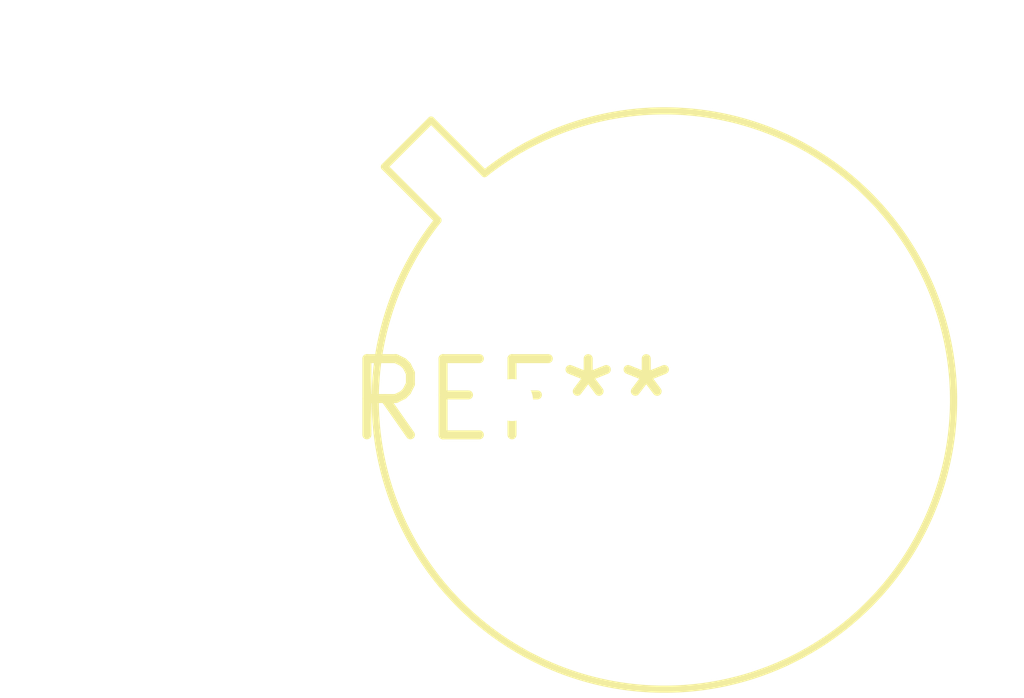
<source format=kicad_pcb>
(kicad_pcb (version 20240108) (generator pcbnew)
  (layers (0 "F.Cu" signal) (31 "B.Cu" signal) (34 "B.Paste" user) (35 "F.Paste" user) (36 "B.SilkS" user "B.Silkscreen") (37 "F.SilkS" user "F.Silkscreen") (38 "B.Mask" user) (39 "F.Mask" user) (44 "Edge.Cuts" user))
  (net 0 "")
  (footprint "TO-39-3_Window" (layer "F.Cu") (at 0 0)
    (property "Reference" "REF**")
    (property "Value" "TO-39-3_Window")
    (fp_line (start -2.125856 -3.888039) (end -1.234902 -2.997084) (layer "F.SilkS") (stroke (width 0.12)))
    (fp_line (start -1.348039 -4.665856) (end -2.125856 -3.888039) (layer "F.SilkS") (stroke (width 0.12)))
    (fp_line (start -0.457084 -3.774902) (end -1.348039 -4.665856) (layer "F.SilkS") (stroke (width 0.12)))
    (fp_arc (start -0.457084 -3.774902) (mid 5.948125 3.408384) (end -1.234674 -2.997371) (layer "F.SilkS") (stroke (width 0.12)))
    (pad "1" thru_hole oval (at 0 0) (size 1.6 1.2) (drill 0.7) (layers *.Cu *.Mask) (remove_unused_layers))
    (pad "2" thru_hole oval (at 2.54 2.54) (size 1.2 1.2) (drill 0.7) (layers *.Cu *.Mask) (remove_unused_layers))
    (pad "3" thru_hole oval (at 5.08 0) (size 1.2 1.2) (drill 0.7) (layers *.Cu *.Mask) (remove_unused_layers))
  )
)
</source>
